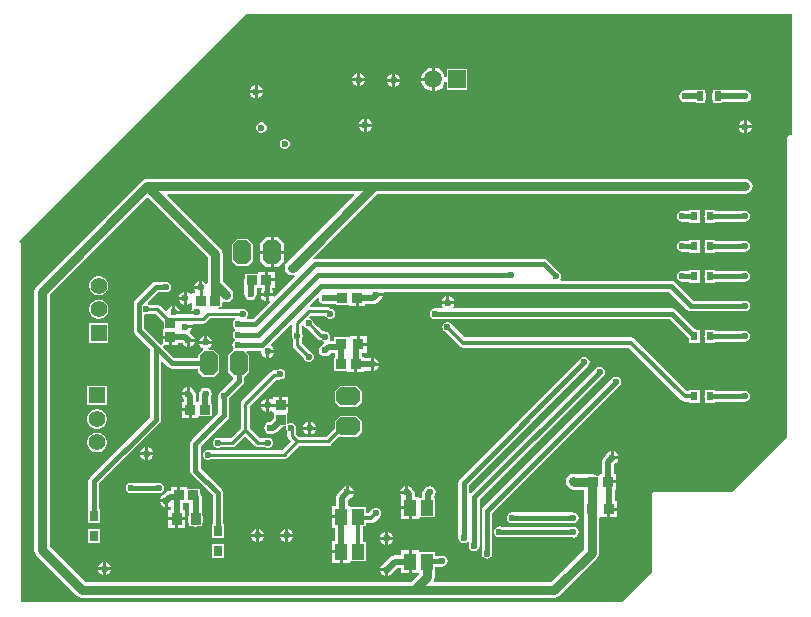
<source format=gbl>
G04*
G04 #@! TF.GenerationSoftware,Altium Limited,Altium Designer,24.2.2 (26)*
G04*
G04 Layer_Physical_Order=4*
G04 Layer_Color=16711680*
%FSLAX25Y25*%
%MOIN*%
G70*
G04*
G04 #@! TF.SameCoordinates,57EBE310-F326-475D-97A3-4CF97A274748*
G04*
G04*
G04 #@! TF.FilePolarity,Positive*
G04*
G01*
G75*
%ADD18C,0.01000*%
%ADD24R,0.03150X0.03543*%
%ADD31R,0.02362X0.03150*%
%ADD52R,0.05472X0.05472*%
%ADD53C,0.05472*%
%ADD56C,0.01500*%
%ADD57C,0.01400*%
%ADD60C,0.02000*%
%ADD61C,0.03000*%
G04:AMPARAMS|DCode=62|XSize=80mil|YSize=60mil|CornerRadius=0mil|HoleSize=0mil|Usage=FLASHONLY|Rotation=90.000|XOffset=0mil|YOffset=0mil|HoleType=Round|Shape=Octagon|*
%AMOCTAGOND62*
4,1,8,0.01500,0.04000,-0.01500,0.04000,-0.03000,0.02500,-0.03000,-0.02500,-0.01500,-0.04000,0.01500,-0.04000,0.03000,-0.02500,0.03000,0.02500,0.01500,0.04000,0.0*
%
%ADD62OCTAGOND62*%

G04:AMPARAMS|DCode=63|XSize=80mil|YSize=60mil|CornerRadius=0mil|HoleSize=0mil|Usage=FLASHONLY|Rotation=180.000|XOffset=0mil|YOffset=0mil|HoleType=Round|Shape=Octagon|*
%AMOCTAGOND63*
4,1,8,-0.04000,0.01500,-0.04000,-0.01500,-0.02500,-0.03000,0.02500,-0.03000,0.04000,-0.01500,0.04000,0.01500,0.02500,0.03000,-0.02500,0.03000,-0.04000,0.01500,0.0*
%
%ADD63OCTAGOND63*%

%ADD64C,0.05906*%
%ADD65R,0.05906X0.05906*%
%ADD66C,0.02362*%
%ADD73R,0.01968X0.03543*%
%ADD74R,0.03197X0.03367*%
%ADD75R,0.03367X0.03197*%
%ADD76R,0.03775X0.03591*%
%ADD77R,0.04152X0.05339*%
%ADD78R,0.03543X0.03937*%
G36*
X345500Y372223D02*
X344915Y372107D01*
X344419Y371775D01*
X344087Y371279D01*
X343971Y370694D01*
Y307444D01*
Y271452D01*
X325765Y253247D01*
X299537D01*
X299154Y253089D01*
X298996Y252706D01*
Y226478D01*
X288866Y216348D01*
X88529D01*
X88529Y335819D01*
X88413Y336404D01*
X88081Y336900D01*
X163500Y412319D01*
X345500D01*
Y372223D01*
D02*
G37*
%LPC*%
G36*
X225594Y394587D02*
X225574D01*
X224569Y394318D01*
X223667Y393797D01*
X222931Y393061D01*
X222411Y392160D01*
X222142Y391155D01*
Y391134D01*
X225594D01*
Y394587D01*
D02*
G37*
G36*
X201681Y392705D02*
Y391051D01*
X203335D01*
X203030Y391787D01*
X202417Y392400D01*
X201681Y392705D01*
D02*
G37*
G36*
X200681D02*
X199946Y392400D01*
X199332Y391787D01*
X199027Y391051D01*
X200681D01*
Y392705D01*
D02*
G37*
G36*
X213384Y392574D02*
Y390920D01*
X215038D01*
X214733Y391656D01*
X214120Y392269D01*
X213384Y392574D01*
D02*
G37*
G36*
X212384D02*
X211649Y392269D01*
X211035Y391656D01*
X210730Y390920D01*
X212384D01*
Y392574D01*
D02*
G37*
G36*
X203335Y390051D02*
X201681D01*
Y388398D01*
X202417Y388702D01*
X203030Y389316D01*
X203335Y390051D01*
D02*
G37*
G36*
X200681D02*
X199027D01*
X199332Y389316D01*
X199946Y388702D01*
X200681Y388398D01*
Y390051D01*
D02*
G37*
G36*
X215038Y389920D02*
X213384D01*
Y388267D01*
X214120Y388571D01*
X214733Y389185D01*
X215038Y389920D01*
D02*
G37*
G36*
X212384D02*
X210730D01*
X211035Y389185D01*
X211649Y388571D01*
X212384Y388267D01*
Y389920D01*
D02*
G37*
G36*
X226615Y394587D02*
X226594D01*
Y390634D01*
Y386682D01*
X226615D01*
X227620Y386951D01*
X228521Y387471D01*
X229257Y388207D01*
X229778Y389109D01*
X230016Y389997D01*
X230516Y389931D01*
Y387182D01*
X237421D01*
Y394087D01*
X230516D01*
Y391338D01*
X230016Y391272D01*
X229778Y392160D01*
X229257Y393061D01*
X228521Y393797D01*
X227620Y394318D01*
X226615Y394587D01*
D02*
G37*
G36*
X167507Y388620D02*
Y386966D01*
X169160D01*
X168856Y387702D01*
X168242Y388316D01*
X167507Y388620D01*
D02*
G37*
G36*
X166507D02*
X165771Y388316D01*
X165158Y387702D01*
X164853Y386966D01*
X166507D01*
Y388620D01*
D02*
G37*
G36*
X225594Y390134D02*
X222142D01*
Y390114D01*
X222411Y389109D01*
X222931Y388207D01*
X223667Y387471D01*
X224569Y386951D01*
X225574Y386682D01*
X225594D01*
Y390134D01*
D02*
G37*
G36*
X169160Y385966D02*
X167507D01*
Y384313D01*
X168242Y384617D01*
X168856Y385231D01*
X169160Y385966D01*
D02*
G37*
G36*
X166507D02*
X164853D01*
X165158Y385231D01*
X165771Y384617D01*
X166507Y384313D01*
Y385966D01*
D02*
G37*
G36*
X322437Y387272D02*
X319468D01*
Y386379D01*
X319069Y385780D01*
X318914Y385000D01*
X319069Y384220D01*
X319468Y383621D01*
Y382728D01*
X322437D01*
Y382961D01*
X329996D01*
X330776Y383116D01*
X331438Y383558D01*
X331880Y384220D01*
X332035Y385000D01*
X331880Y385780D01*
X331438Y386442D01*
X330776Y386884D01*
X329996Y387039D01*
X322437D01*
Y387272D01*
D02*
G37*
G36*
X316531D02*
X313563D01*
Y387039D01*
X310047D01*
X309267Y386884D01*
X308605Y386442D01*
X308163Y385780D01*
X308008Y385000D01*
X308163Y384220D01*
X308605Y383558D01*
X309267Y383116D01*
X310047Y382961D01*
X313563D01*
Y382728D01*
X316531D01*
Y383621D01*
X316931Y384220D01*
X317086Y385000D01*
X316931Y385780D01*
X316531Y386379D01*
Y387272D01*
D02*
G37*
G36*
X203900Y377584D02*
Y375931D01*
X205554D01*
X205249Y376666D01*
X204636Y377280D01*
X203900Y377584D01*
D02*
G37*
G36*
X202900D02*
X202165Y377280D01*
X201551Y376666D01*
X201246Y375931D01*
X202900D01*
Y377584D01*
D02*
G37*
G36*
X330496Y376954D02*
Y375300D01*
X332150D01*
X331845Y376035D01*
X331232Y376649D01*
X330496Y376954D01*
D02*
G37*
G36*
X329496D02*
X328761Y376649D01*
X328147Y376035D01*
X327842Y375300D01*
X329496D01*
Y376954D01*
D02*
G37*
G36*
X205554Y374931D02*
X203900D01*
Y373277D01*
X204636Y373582D01*
X205249Y374195D01*
X205554Y374931D01*
D02*
G37*
G36*
X202900D02*
X201246D01*
X201551Y374195D01*
X202165Y373582D01*
X202900Y373277D01*
Y374931D01*
D02*
G37*
G36*
X169134Y376284D02*
X168466D01*
X167848Y376028D01*
X167375Y375555D01*
X167119Y374937D01*
Y374268D01*
X167375Y373651D01*
X167848Y373178D01*
X168466Y372922D01*
X169134D01*
X169752Y373178D01*
X170225Y373651D01*
X170481Y374268D01*
Y374937D01*
X170225Y375555D01*
X169752Y376028D01*
X169134Y376284D01*
D02*
G37*
G36*
X332150Y374300D02*
X330496D01*
Y372646D01*
X331232Y372951D01*
X331845Y373565D01*
X332150Y374300D01*
D02*
G37*
G36*
X329496D02*
X327842D01*
X328147Y373565D01*
X328761Y372951D01*
X329496Y372646D01*
Y374300D01*
D02*
G37*
G36*
X176829Y370777D02*
X176161D01*
X175543Y370521D01*
X175070Y370048D01*
X174814Y369430D01*
Y368762D01*
X175070Y368144D01*
X175543Y367671D01*
X176161Y367415D01*
X176829D01*
X177447Y367671D01*
X177920Y368144D01*
X178176Y368762D01*
Y369430D01*
X177920Y370048D01*
X177447Y370521D01*
X176829Y370777D01*
D02*
G37*
G36*
X319939Y347075D02*
X316577D01*
Y345519D01*
X316474Y345000D01*
X316577Y344481D01*
Y342925D01*
X319939D01*
Y343216D01*
X329996D01*
X330679Y343352D01*
X331258Y343738D01*
X331645Y344317D01*
X331780Y345000D01*
X331645Y345683D01*
X331258Y346262D01*
X330679Y346649D01*
X329996Y346784D01*
X319939D01*
Y347075D01*
D02*
G37*
G36*
X314821D02*
X311459D01*
Y346784D01*
X309100D01*
X308417Y346649D01*
X307838Y346262D01*
X307452Y345683D01*
X307316Y345000D01*
X307452Y344317D01*
X307838Y343738D01*
X308417Y343352D01*
X309100Y343216D01*
X311459D01*
Y342925D01*
X314821D01*
Y344481D01*
X314924Y345000D01*
X314821Y345519D01*
Y347075D01*
D02*
G37*
G36*
X319939Y337075D02*
X316577D01*
Y335519D01*
X316474Y335000D01*
X316577Y334481D01*
Y332925D01*
X319939D01*
Y333216D01*
X329996D01*
X330679Y333351D01*
X331258Y333738D01*
X331645Y334317D01*
X331780Y335000D01*
X331645Y335683D01*
X331258Y336262D01*
X330679Y336649D01*
X329996Y336784D01*
X319939D01*
Y337075D01*
D02*
G37*
G36*
X314821D02*
X311459D01*
Y336784D01*
X309100D01*
X308417Y336649D01*
X307838Y336262D01*
X307452Y335683D01*
X307316Y335000D01*
X307452Y334317D01*
X307838Y333738D01*
X308417Y333351D01*
X309100Y333216D01*
X311459D01*
Y332925D01*
X314821D01*
Y334481D01*
X314924Y335000D01*
X314821Y335519D01*
Y337075D01*
D02*
G37*
G36*
X319939Y327075D02*
X316577D01*
Y325519D01*
X316474Y325000D01*
X316577Y324481D01*
Y322925D01*
X319939D01*
Y323216D01*
X329996D01*
X330679Y323352D01*
X331258Y323738D01*
X331645Y324317D01*
X331780Y325000D01*
X331645Y325683D01*
X331258Y326262D01*
X330679Y326648D01*
X329996Y326784D01*
X319939D01*
Y327075D01*
D02*
G37*
G36*
X314821D02*
X311459D01*
Y326784D01*
X309100D01*
X308417Y326648D01*
X307838Y326262D01*
X307452Y325683D01*
X307316Y325000D01*
X307452Y324317D01*
X307838Y323738D01*
X308417Y323352D01*
X309100Y323216D01*
X311459D01*
Y322925D01*
X314821D01*
Y324481D01*
X314924Y325000D01*
X314821Y325519D01*
Y327075D01*
D02*
G37*
G36*
X329996Y357549D02*
X130800D01*
X129824Y357355D01*
X128998Y356802D01*
X93798Y321602D01*
X93245Y320776D01*
X93051Y319800D01*
Y233900D01*
X93245Y232925D01*
X93798Y232098D01*
X107298Y218598D01*
X108125Y218045D01*
X109100Y217851D01*
X266316D01*
X267291Y218045D01*
X268118Y218598D01*
X280658Y231138D01*
X281211Y231965D01*
X281405Y232940D01*
Y244243D01*
X281691Y244624D01*
X284078D01*
Y247420D01*
X284578D01*
Y247920D01*
X287465D01*
Y250215D01*
X286617D01*
Y253890D01*
X286863D01*
Y255989D01*
X284179D01*
Y256989D01*
X286863D01*
Y259088D01*
X286451D01*
Y262401D01*
X286714Y262664D01*
X286890Y262737D01*
X287503Y263351D01*
X287808Y264086D01*
X285654D01*
Y264586D01*
X285154D01*
Y266740D01*
X284419Y266435D01*
X283805Y265822D01*
X283594Y265312D01*
X282970Y264688D01*
X282528Y264026D01*
X282373Y263246D01*
Y259088D01*
X281496D01*
Y259064D01*
X281438Y258588D01*
X280613D01*
X280230Y258844D01*
X279255Y259038D01*
X273590D01*
X272802Y259195D01*
X271826Y259001D01*
X270999Y258448D01*
X270447Y257622D01*
X270253Y256646D01*
X270447Y255671D01*
X270999Y254844D01*
X271156Y254687D01*
X271983Y254134D01*
X272958Y253940D01*
X276307D01*
Y247420D01*
Y233996D01*
X265260Y222949D01*
X226459D01*
X226223Y223390D01*
X226431Y223701D01*
X226625Y224676D01*
Y226775D01*
X226652D01*
Y228259D01*
X229093D01*
X229776Y228395D01*
X230355Y228782D01*
X230742Y229361D01*
X230877Y230043D01*
X230742Y230726D01*
X230355Y231305D01*
X229776Y231692D01*
X229093Y231828D01*
X226652D01*
Y233115D01*
X221500Y233115D01*
X221437Y233589D01*
Y233615D01*
X218861D01*
Y229945D01*
Y226275D01*
X221437Y226275D01*
X221527Y225812D01*
Y225732D01*
X218744Y222949D01*
X110156D01*
X98149Y234956D01*
Y318744D01*
X130800Y351395D01*
X150862Y331333D01*
Y324876D01*
X150880Y324789D01*
Y322623D01*
X150416Y322477D01*
X150374Y322479D01*
X150335Y322571D01*
X149722Y323185D01*
X148986Y323489D01*
Y321336D01*
X148486D01*
Y320836D01*
X146333D01*
X146637Y320100D01*
X146706Y320032D01*
X146499Y319532D01*
X145803D01*
Y319091D01*
X145383Y318974D01*
X145303Y318971D01*
X144704Y319569D01*
X143968Y319874D01*
Y317721D01*
Y315567D01*
X144704Y315871D01*
X145303Y316470D01*
X145383Y316467D01*
X145803Y316350D01*
Y314478D01*
X145556Y314232D01*
X145252Y313496D01*
X147406D01*
Y312496D01*
X145180D01*
X145047Y312297D01*
X141890D01*
X141757Y312496D01*
X139532D01*
Y312996D01*
X139032D01*
Y315150D01*
X138296Y314845D01*
X137682Y314232D01*
X137386Y313515D01*
X136889Y313305D01*
X135112Y315081D01*
X134616Y315413D01*
X134031Y315529D01*
X131096D01*
X131000Y315569D01*
X130867Y316143D01*
X134400Y319676D01*
X136848D01*
X137531Y319812D01*
X138110Y320199D01*
X138497Y320778D01*
X138633Y321461D01*
X138497Y322143D01*
X138110Y322722D01*
X137531Y323109D01*
X136848Y323245D01*
X133661D01*
X132979Y323109D01*
X132400Y322722D01*
X132400Y322722D01*
X126691Y317014D01*
X126304Y316435D01*
X126169Y315752D01*
Y306972D01*
X126304Y306289D01*
X126691Y305711D01*
X131741Y300660D01*
Y277971D01*
X111653Y257883D01*
X111267Y257305D01*
X111131Y256622D01*
Y247341D01*
X110840D01*
Y242798D01*
X114990D01*
Y247341D01*
X114699D01*
Y255883D01*
X134787Y275971D01*
X134787Y275971D01*
X135174Y276549D01*
X135310Y277232D01*
X135310Y277232D01*
Y296438D01*
X135772Y296630D01*
X137663Y294738D01*
X138242Y294352D01*
X138925Y294216D01*
X138925Y294216D01*
X147706D01*
Y293250D01*
X149456Y291500D01*
X152956D01*
X154706Y293250D01*
Y298750D01*
X152956Y300500D01*
X151216D01*
X151117Y301000D01*
X151421Y301126D01*
X152035Y301740D01*
X152340Y302475D01*
X148032D01*
X148337Y301740D01*
X148951Y301126D01*
X149356Y300958D01*
X149368Y300412D01*
X147706Y298750D01*
Y297784D01*
X139664D01*
X135973Y301475D01*
X136180Y301975D01*
X137947D01*
Y304159D01*
X135848D01*
Y302307D01*
X135348Y302100D01*
X129737Y307711D01*
Y312102D01*
X130061Y312319D01*
X130730D01*
X131096Y312471D01*
X133397D01*
X136182Y309686D01*
X136348Y309575D01*
Y307400D01*
X135872Y307342D01*
X135848D01*
Y305159D01*
X138447D01*
Y304659D01*
X138947D01*
Y301975D01*
X141046D01*
Y302620D01*
X142490D01*
X142576Y302414D01*
X143189Y301800D01*
X143924Y301496D01*
Y303649D01*
X144424D01*
Y304149D01*
X146578D01*
X146274Y304885D01*
X145660Y305498D01*
X145317Y305640D01*
X144946Y306012D01*
X144937Y306027D01*
X144897Y306392D01*
X144933Y306651D01*
X145318Y307036D01*
X145622Y307772D01*
X143468D01*
Y308772D01*
X145622D01*
X145601Y308822D01*
X145879Y309238D01*
X149401D01*
X149986Y309354D01*
X150483Y309686D01*
X151771Y310975D01*
X159870D01*
X160021Y310474D01*
X159738Y310285D01*
X159352Y309706D01*
X159216Y309024D01*
X159352Y308341D01*
X159738Y307762D01*
X160038Y307562D01*
Y306960D01*
X159738Y306760D01*
X159352Y306181D01*
X159216Y305498D01*
X159352Y304816D01*
X159738Y304237D01*
X159954Y304093D01*
Y303491D01*
X159665Y303299D01*
X159278Y302720D01*
X159142Y302037D01*
X159278Y301354D01*
X159515Y301000D01*
X159459Y300525D01*
X159359Y300402D01*
X157706Y298750D01*
Y293250D01*
X159422Y291534D01*
Y290811D01*
X154968Y286358D01*
X154581Y285779D01*
X154446Y285096D01*
Y279365D01*
X145520Y270440D01*
X145133Y269861D01*
X144998Y269178D01*
Y260218D01*
X145133Y259535D01*
X145520Y258956D01*
X152552Y251924D01*
Y242341D01*
X152262D01*
Y237798D01*
X156411D01*
Y242341D01*
X156121D01*
Y252663D01*
X156121Y252664D01*
X155985Y253346D01*
X155598Y253925D01*
X155598Y253925D01*
X148566Y260957D01*
Y268439D01*
X157492Y277364D01*
X157492Y277364D01*
X157878Y277943D01*
X158014Y278626D01*
Y284357D01*
X162468Y288811D01*
X162468Y288811D01*
X162855Y289390D01*
X162991Y290072D01*
X162991Y290072D01*
Y291534D01*
X164706Y293250D01*
Y298750D01*
X163666Y299791D01*
X163857Y300253D01*
X168768D01*
Y299566D01*
X169100Y298764D01*
X169713Y298151D01*
X170449Y297846D01*
Y300000D01*
X170949D01*
Y300500D01*
X173103D01*
X172798Y301236D01*
X172185Y301849D01*
X171970Y301938D01*
X171873Y302428D01*
X178640Y309195D01*
X179140Y308988D01*
Y306119D01*
X179021Y305941D01*
X178885Y305258D01*
X179021Y304575D01*
X179192Y304319D01*
Y302008D01*
X179308Y301423D01*
X179640Y300927D01*
X182923Y297643D01*
X183075Y297277D01*
X183548Y296804D01*
X184166Y296548D01*
X184834D01*
X185452Y296804D01*
X185925Y297277D01*
X186181Y297895D01*
Y298564D01*
X185925Y299182D01*
X185452Y299655D01*
X185086Y299806D01*
X182251Y302642D01*
Y304345D01*
X182370Y304523D01*
X182506Y305206D01*
X182370Y305889D01*
X182198Y306145D01*
Y308586D01*
X182404Y308732D01*
X182994Y308554D01*
X183075Y308359D01*
X183548Y307886D01*
X183914Y307734D01*
X185541Y306107D01*
X185541Y306107D01*
X187587Y304061D01*
X188083Y303730D01*
X188669Y303613D01*
X188891D01*
X189048Y303457D01*
X189448Y303291D01*
X189598Y302756D01*
X189594Y302730D01*
X188854Y301989D01*
X188558Y301792D01*
X188116Y301130D01*
X187961Y300350D01*
X188116Y299570D01*
X188558Y298908D01*
X189220Y298466D01*
X190000Y298311D01*
X190098D01*
X190878Y298466D01*
X191540Y298908D01*
X192120Y299488D01*
X193257D01*
Y297733D01*
X193089D01*
Y293536D01*
X197456Y293536D01*
X197514Y293060D01*
Y293036D01*
X199697D01*
Y295635D01*
X200697D01*
Y293036D01*
X202881D01*
Y293596D01*
X205123D01*
X205400Y293481D01*
Y295635D01*
Y297788D01*
X205123Y297674D01*
X202881D01*
Y298233D01*
X202237D01*
Y299527D01*
X203929D01*
Y301823D01*
X201042D01*
Y302323D01*
X200542D01*
Y305118D01*
X198155D01*
Y304745D01*
X197707Y304618D01*
X197655Y304618D01*
X192933D01*
Y303567D01*
X191769D01*
X191663Y303679D01*
X191482Y304066D01*
X191681Y304548D01*
Y305216D01*
X191425Y305834D01*
X190952Y306307D01*
X190334Y306563D01*
X190287D01*
X189739Y306672D01*
X189302D01*
X187704Y308270D01*
X186077Y309897D01*
X185925Y310263D01*
X185452Y310736D01*
X184948Y310945D01*
X184750Y311454D01*
X185153Y311856D01*
X190082D01*
X190461Y311478D01*
X190517Y311440D01*
X190823Y311134D01*
X191441Y310878D01*
X192110D01*
X192728Y311134D01*
X193201Y311607D01*
X193456Y312225D01*
Y312893D01*
X193201Y313511D01*
X192728Y313984D01*
X192110Y314240D01*
X192024D01*
X191797Y314467D01*
X191301Y314799D01*
X190715Y314915D01*
X185067D01*
X184860Y315415D01*
X187533Y318089D01*
X187994Y317842D01*
X187961Y317677D01*
X188116Y316897D01*
X188558Y316235D01*
X189220Y315793D01*
X190000Y315638D01*
X190000Y315638D01*
X193535D01*
Y315579D01*
X197902D01*
X197960Y315103D01*
Y315078D01*
X200144D01*
Y317677D01*
X201144D01*
Y315078D01*
X203327D01*
Y315638D01*
X205877D01*
X206658Y315793D01*
X207319Y316235D01*
X207993Y316909D01*
X208335Y317051D01*
X208949Y317665D01*
X209254Y318400D01*
X207100D01*
Y319400D01*
X209254D01*
X209204Y319520D01*
X209482Y319935D01*
X304641D01*
X310738Y313838D01*
X310738Y313838D01*
X311317Y313452D01*
X312000Y313316D01*
X330000D01*
X330683Y313452D01*
X331262Y313838D01*
X331648Y314417D01*
X331784Y315100D01*
X331648Y315783D01*
X331262Y316362D01*
X330683Y316748D01*
X330000Y316884D01*
X312739D01*
X306642Y322982D01*
X306063Y323368D01*
X305380Y323504D01*
X268710D01*
X268443Y324004D01*
X268652Y324317D01*
X268788Y325000D01*
X268652Y325683D01*
X268266Y326262D01*
X264266Y330262D01*
X263687Y330648D01*
X263004Y330784D01*
X186530D01*
X186530Y330784D01*
X186363Y330751D01*
X186117Y331212D01*
X207356Y352451D01*
X329996D01*
X330972Y352645D01*
X331799Y353198D01*
X332351Y354025D01*
X332545Y355000D01*
X332351Y355976D01*
X331799Y356802D01*
X330972Y357355D01*
X329996Y357549D01*
D02*
G37*
G36*
X147986Y323489D02*
X147251Y323185D01*
X146637Y322571D01*
X146333Y321836D01*
X147986D01*
Y323489D01*
D02*
G37*
G36*
X114926Y325110D02*
X114074D01*
X113251Y324890D01*
X112513Y324464D01*
X111910Y323861D01*
X111484Y323123D01*
X111264Y322300D01*
Y321448D01*
X111484Y320625D01*
X111910Y319887D01*
X112513Y319284D01*
X113251Y318858D01*
X114074Y318638D01*
X114926D01*
X115749Y318858D01*
X116487Y319284D01*
X117090Y319887D01*
X117516Y320625D01*
X117736Y321448D01*
Y322300D01*
X117516Y323123D01*
X117090Y323861D01*
X116487Y324464D01*
X115749Y324890D01*
X114926Y325110D01*
D02*
G37*
G36*
X142968Y319874D02*
X142233Y319569D01*
X141620Y318956D01*
X141315Y318220D01*
X142968D01*
Y319874D01*
D02*
G37*
G36*
X231470Y318314D02*
Y316661D01*
X233124D01*
X232820Y317396D01*
X232206Y318010D01*
X231470Y318314D01*
D02*
G37*
G36*
X230470D02*
X229735Y318010D01*
X229121Y317396D01*
X228817Y316661D01*
X230470D01*
Y318314D01*
D02*
G37*
G36*
X142968Y317220D02*
X141315D01*
X141620Y316485D01*
X142233Y315871D01*
X142968Y315567D01*
Y317220D01*
D02*
G37*
G36*
X140032Y315150D02*
Y313496D01*
X141685D01*
X141381Y314232D01*
X140767Y314845D01*
X140032Y315150D01*
D02*
G37*
G36*
X114926Y317236D02*
X114074D01*
X113251Y317016D01*
X112513Y316590D01*
X111910Y315987D01*
X111484Y315249D01*
X111264Y314426D01*
Y313574D01*
X111484Y312751D01*
X111910Y312013D01*
X112513Y311410D01*
X113251Y310984D01*
X114074Y310764D01*
X114926D01*
X115749Y310984D01*
X116487Y311410D01*
X117090Y312013D01*
X117516Y312751D01*
X117736Y313574D01*
Y314426D01*
X117516Y315249D01*
X117090Y315987D01*
X116487Y316590D01*
X115749Y317016D01*
X114926Y317236D01*
D02*
G37*
G36*
X150686Y305129D02*
Y303475D01*
X152340D01*
X152035Y304211D01*
X151421Y304824D01*
X150686Y305129D01*
D02*
G37*
G36*
X149686D02*
X148951Y304824D01*
X148337Y304211D01*
X148032Y303475D01*
X149686D01*
Y305129D01*
D02*
G37*
G36*
X319939Y307075D02*
X316577D01*
Y305519D01*
X316474Y305000D01*
X316577Y304481D01*
Y302925D01*
X319939D01*
Y303216D01*
X329996D01*
X330679Y303351D01*
X331258Y303738D01*
X331645Y304317D01*
X331780Y305000D01*
X331645Y305683D01*
X331258Y306262D01*
X330679Y306648D01*
X329996Y306784D01*
X319939D01*
Y307075D01*
D02*
G37*
G36*
X233124Y315661D02*
X228817D01*
X229121Y314925D01*
X229271Y314776D01*
X229080Y314314D01*
X226600D01*
X225917Y314178D01*
X225338Y313791D01*
X224952Y313212D01*
X224816Y312529D01*
X224952Y311847D01*
X225338Y311268D01*
X225917Y310881D01*
X226600Y310745D01*
X304872D01*
X311054Y304563D01*
X311054Y304563D01*
X311459Y304292D01*
Y302925D01*
X314821D01*
Y304481D01*
X314924Y305000D01*
Y305394D01*
X314924Y305394D01*
X314821Y305912D01*
Y307075D01*
X313982D01*
X313971Y307086D01*
X313392Y307473D01*
X313140Y307523D01*
X306872Y313791D01*
X306293Y314178D01*
X305611Y314314D01*
X232861D01*
X232670Y314776D01*
X232820Y314925D01*
X233124Y315661D01*
D02*
G37*
G36*
X117736Y309362D02*
X111264D01*
Y302890D01*
X117736D01*
Y309362D01*
D02*
G37*
G36*
X203929Y305118D02*
X201542D01*
Y302823D01*
X203929D01*
Y305118D01*
D02*
G37*
G36*
X146578Y303149D02*
X144924D01*
Y301496D01*
X145660Y301800D01*
X146274Y302414D01*
X146578Y303149D01*
D02*
G37*
G36*
X173103Y299500D02*
X171449D01*
Y297846D01*
X172185Y298151D01*
X172798Y298764D01*
X173103Y299500D01*
D02*
G37*
G36*
X206400Y297788D02*
Y296135D01*
X208054D01*
X207749Y296870D01*
X207136Y297484D01*
X206400Y297788D01*
D02*
G37*
G36*
X208054Y295135D02*
X206400D01*
Y293481D01*
X207136Y293786D01*
X207749Y294399D01*
X208054Y295135D01*
D02*
G37*
G36*
X143850Y287998D02*
X143115Y287693D01*
X142501Y287080D01*
X142197Y286344D01*
X143850D01*
Y287998D01*
D02*
G37*
G36*
X174662Y284796D02*
X172563D01*
Y284260D01*
X172435Y284148D01*
X172063Y283982D01*
X171449Y284236D01*
Y282083D01*
Y279929D01*
X172063Y280183D01*
X172435Y280017D01*
X172563Y279905D01*
Y279429D01*
X172587D01*
X173063Y279371D01*
X173063Y278929D01*
Y277888D01*
X171709Y276533D01*
X170999Y276392D01*
X170338Y275950D01*
X170337Y275950D01*
X170268Y275881D01*
X169826Y275219D01*
X169671Y274439D01*
X169826Y273658D01*
X170268Y272997D01*
X170930Y272555D01*
X171710Y272400D01*
X172059Y272469D01*
X172567D01*
X173348Y272624D01*
X174009Y273066D01*
X175947Y275004D01*
X176865D01*
X177019Y274773D01*
Y274104D01*
X177275Y273487D01*
X177389Y273372D01*
Y271758D01*
X177505Y271172D01*
X177837Y270676D01*
X178513Y270000D01*
X175544Y267031D01*
X151698D01*
X151334Y267181D01*
X150666D01*
X150048Y266925D01*
X149575Y266452D01*
X149319Y265834D01*
Y265166D01*
X149575Y264548D01*
X150048Y264075D01*
X150666Y263819D01*
X151334D01*
X151703Y263972D01*
X176177D01*
X176762Y264088D01*
X177259Y264420D01*
X181310Y268471D01*
X190928D01*
X191513Y268587D01*
X192009Y268919D01*
X194788Y271697D01*
X194985Y271500D01*
X200485D01*
X202235Y273250D01*
Y276750D01*
X200485Y278500D01*
X194985D01*
X193235Y276750D01*
Y274470D01*
X190294Y271529D01*
X181310D01*
X180448Y272391D01*
Y274220D01*
X180381Y274556D01*
Y274773D01*
X180125Y275391D01*
X179652Y275864D01*
X179034Y276120D01*
X178366D01*
X177748Y275864D01*
X177261Y276084D01*
X177261Y279371D01*
X177737Y279429D01*
X177761D01*
Y281612D01*
X175162D01*
Y282113D01*
X174662D01*
Y284796D01*
D02*
G37*
G36*
X319939Y287075D02*
X316577D01*
Y285519D01*
X316474Y285000D01*
X316577Y284481D01*
Y282925D01*
X319939D01*
Y283216D01*
X329996D01*
X330679Y283351D01*
X331258Y283738D01*
X331645Y284317D01*
X331780Y285000D01*
X331645Y285683D01*
X331258Y286262D01*
X330679Y286649D01*
X329996Y286784D01*
X319939D01*
Y287075D01*
D02*
G37*
G36*
X230808Y309863D02*
X230546Y309811D01*
X230474D01*
X230407Y309784D01*
X230145Y309731D01*
X229922Y309583D01*
X229856Y309555D01*
X229805Y309504D01*
X229583Y309355D01*
X229434Y309133D01*
X229383Y309082D01*
X229355Y309016D01*
X229207Y308793D01*
X229155Y308531D01*
X229127Y308464D01*
Y308392D01*
X229075Y308130D01*
X229127Y307868D01*
Y307796D01*
X229155Y307729D01*
X229207Y307467D01*
X229355Y307244D01*
X229383Y307178D01*
X229434Y307127D01*
X229583Y306904D01*
X234812Y301674D01*
X235375Y301299D01*
X236038Y301167D01*
X291382D01*
X308774Y283774D01*
X309337Y283399D01*
X310000Y283267D01*
X311459D01*
Y282925D01*
X314821D01*
Y284738D01*
X314874Y285000D01*
X314821Y285262D01*
Y287075D01*
X311459D01*
Y286733D01*
X310718D01*
X293326Y304126D01*
X292763Y304501D01*
X292100Y304633D01*
X236756D01*
X232034Y309355D01*
X231811Y309504D01*
X231760Y309555D01*
X231694Y309583D01*
X231471Y309731D01*
X231209Y309784D01*
X231142Y309811D01*
X231070D01*
X230808Y309863D01*
D02*
G37*
G36*
X177761Y284796D02*
X175662D01*
Y282612D01*
X177761D01*
Y284796D01*
D02*
G37*
G36*
X170449Y284236D02*
X169713Y283932D01*
X169100Y283318D01*
X168795Y282583D01*
X170449D01*
Y284236D01*
D02*
G37*
G36*
X117236Y288610D02*
X110764D01*
Y282138D01*
X117236D01*
Y288610D01*
D02*
G37*
G36*
X200485Y288500D02*
X194985D01*
X193235Y286750D01*
Y283250D01*
X194985Y281500D01*
X200485D01*
X202235Y283250D01*
Y286750D01*
X200485Y288500D01*
D02*
G37*
G36*
X170449Y281583D02*
X168795D01*
X169100Y280847D01*
X169713Y280234D01*
X170449Y279929D01*
Y281583D01*
D02*
G37*
G36*
X144850Y287998D02*
Y285844D01*
X144350D01*
Y285344D01*
X142197D01*
X142501Y284609D01*
X143059Y284051D01*
Y283083D01*
X142415D01*
Y280984D01*
X145098D01*
Y280484D01*
X145598D01*
Y277885D01*
X147782D01*
Y277909D01*
X147840Y278385D01*
X148282Y278385D01*
X152207D01*
Y282583D01*
X152063D01*
Y285053D01*
X152070Y285064D01*
X152225Y285844D01*
X152070Y286625D01*
X151628Y287286D01*
X150966Y287728D01*
X150186Y287883D01*
X149406Y287728D01*
X148744Y287286D01*
X148582Y287124D01*
X148140Y286462D01*
X147984Y285682D01*
Y283499D01*
X147895Y283315D01*
X147329Y283245D01*
X147138Y283436D01*
Y285096D01*
X146982Y285876D01*
X146540Y286538D01*
X146341Y286737D01*
X146200Y287080D01*
X145586Y287693D01*
X144850Y287998D01*
D02*
G37*
G36*
X144598Y279984D02*
X142415D01*
Y277885D01*
X144598D01*
Y279984D01*
D02*
G37*
G36*
X185398Y276592D02*
Y274939D01*
X187051D01*
X186747Y275674D01*
X186133Y276288D01*
X185398Y276592D01*
D02*
G37*
G36*
X184398D02*
X183662Y276288D01*
X183049Y275674D01*
X182744Y274939D01*
X184398D01*
Y276592D01*
D02*
G37*
G36*
X114426Y280736D02*
X113574D01*
X112751Y280516D01*
X112013Y280090D01*
X111410Y279487D01*
X110984Y278749D01*
X110764Y277926D01*
Y277074D01*
X110984Y276251D01*
X111410Y275513D01*
X112013Y274910D01*
X112751Y274484D01*
X113574Y274264D01*
X114426D01*
X115249Y274484D01*
X115987Y274910D01*
X116590Y275513D01*
X117016Y276251D01*
X117236Y277074D01*
Y277926D01*
X117016Y278749D01*
X116590Y279487D01*
X115987Y280090D01*
X115249Y280516D01*
X114426Y280736D01*
D02*
G37*
G36*
X187051Y273939D02*
X185398D01*
Y272285D01*
X186133Y272590D01*
X186747Y273203D01*
X187051Y273939D01*
D02*
G37*
G36*
X184398D02*
X182744D01*
X183049Y273203D01*
X183662Y272590D01*
X184398Y272285D01*
Y273939D01*
D02*
G37*
G36*
X175451Y294012D02*
X174782D01*
X174164Y293756D01*
X174077Y293669D01*
X173027D01*
X172441Y293552D01*
X171945Y293221D01*
X162375Y283650D01*
X162043Y283154D01*
X161927Y282569D01*
Y274507D01*
X158494Y271075D01*
X155031D01*
X154664Y271227D01*
X153996D01*
X153378Y270971D01*
X152905Y270498D01*
X152649Y269880D01*
Y269211D01*
X152905Y268593D01*
X153378Y268120D01*
X153996Y267864D01*
X154664D01*
X155031Y268016D01*
X159128D01*
X159713Y268132D01*
X160209Y268464D01*
X163456Y271711D01*
X166703Y268464D01*
X167200Y268132D01*
X167785Y268016D01*
X170248D01*
X170615Y267864D01*
X171283D01*
X171901Y268120D01*
X172374Y268593D01*
X172630Y269211D01*
Y269880D01*
X172374Y270498D01*
X171901Y270971D01*
X171283Y271227D01*
X170615D01*
X170248Y271075D01*
X168418D01*
X164986Y274507D01*
Y281935D01*
X173660Y290610D01*
X174925D01*
X175124Y290650D01*
X175451D01*
X176068Y290905D01*
X176541Y291378D01*
X176797Y291996D01*
Y292665D01*
X176541Y293283D01*
X176068Y293756D01*
X175451Y294012D01*
D02*
G37*
G36*
X114426Y272862D02*
X113574D01*
X112751Y272642D01*
X112013Y272216D01*
X111410Y271613D01*
X110984Y270875D01*
X110764Y270052D01*
Y269200D01*
X110984Y268377D01*
X111410Y267639D01*
X112013Y267036D01*
X112751Y266610D01*
X113574Y266390D01*
X114426D01*
X115249Y266610D01*
X115987Y267036D01*
X116590Y267639D01*
X117016Y268377D01*
X117236Y269200D01*
Y270052D01*
X117016Y270875D01*
X116590Y271613D01*
X115987Y272216D01*
X115249Y272642D01*
X114426Y272862D01*
D02*
G37*
G36*
X131087Y267957D02*
Y266303D01*
X132741D01*
X132436Y267039D01*
X131823Y267652D01*
X131087Y267957D01*
D02*
G37*
G36*
X130087D02*
X129352Y267652D01*
X128738Y267039D01*
X128433Y266303D01*
X130087D01*
Y267957D01*
D02*
G37*
G36*
X286154Y266740D02*
Y265086D01*
X287808D01*
X287503Y265822D01*
X286890Y266435D01*
X286154Y266740D01*
D02*
G37*
G36*
X132741Y265303D02*
X131087D01*
Y263650D01*
X131823Y263954D01*
X132436Y264568D01*
X132741Y265303D01*
D02*
G37*
G36*
X130087D02*
X128433D01*
X128738Y264568D01*
X129352Y263954D01*
X130087Y263650D01*
Y265303D01*
D02*
G37*
G36*
X216785Y255154D02*
X216050Y254849D01*
X215436Y254236D01*
X215131Y253500D01*
X216785D01*
Y255154D01*
D02*
G37*
G36*
X197937D02*
Y253500D01*
X199591D01*
X199286Y254236D01*
X198673Y254849D01*
X197937Y255154D01*
D02*
G37*
G36*
X134500Y256189D02*
X125268D01*
X124585Y256053D01*
X124006Y255666D01*
X123619Y255087D01*
X123483Y254404D01*
X123619Y253721D01*
X124006Y253143D01*
X124585Y252756D01*
X125268Y252620D01*
X134500D01*
X135183Y252756D01*
X135762Y253143D01*
X136149Y253721D01*
X136284Y254404D01*
X136149Y255087D01*
X135762Y255666D01*
X135183Y256053D01*
X134500Y256189D01*
D02*
G37*
G36*
X143892Y254614D02*
X141709D01*
Y252016D01*
X140708D01*
Y254614D01*
X138525D01*
Y253500D01*
X138238D01*
X137458Y253345D01*
X136796Y252903D01*
X136107Y252214D01*
X135765Y252072D01*
X135151Y251459D01*
X134846Y250723D01*
X137000D01*
Y250223D01*
X137500D01*
Y248070D01*
X137982Y248269D01*
X138482Y247968D01*
Y247192D01*
X137750D01*
Y244723D01*
X140522D01*
X143293D01*
Y247192D01*
X142561D01*
Y249417D01*
X143892D01*
Y249441D01*
X143945Y249876D01*
X144430Y249915D01*
X144781Y249563D01*
Y246692D01*
X144549D01*
Y245323D01*
X144466Y245199D01*
X144272Y244223D01*
Y244026D01*
X144466Y243051D01*
X144549Y242926D01*
Y241755D01*
X145721D01*
X145845Y241671D01*
X146821Y241477D01*
X147796Y241671D01*
X147921Y241755D01*
X149092D01*
Y242926D01*
X149176Y243051D01*
X149370Y244026D01*
Y244223D01*
X149176Y245199D01*
X149092Y245323D01*
Y246692D01*
X148860D01*
Y251328D01*
X148856Y251346D01*
Y251417D01*
X148856Y251417D01*
X148701Y252197D01*
X148317Y252772D01*
Y254114D01*
X143950Y254114D01*
X143892Y254590D01*
Y254614D01*
D02*
G37*
G36*
X136500Y249723D02*
X134846D01*
X135151Y248988D01*
X135765Y248374D01*
X136500Y248070D01*
Y249723D01*
D02*
G37*
G36*
X287465Y246920D02*
X285078D01*
Y244624D01*
X287465D01*
Y246920D01*
D02*
G37*
G36*
X217785Y255154D02*
Y253000D01*
X217285D01*
Y252500D01*
X215131D01*
X215327Y252028D01*
X215285Y251528D01*
X215285Y251528D01*
X215285Y251528D01*
Y248358D01*
X218361D01*
Y247858D01*
X218861D01*
Y244189D01*
X221437D01*
Y244215D01*
X221500Y244689D01*
X221937Y244689D01*
X226652D01*
Y251028D01*
X226346D01*
X226323Y251528D01*
X226354Y251558D01*
X226796Y252220D01*
X226951Y253000D01*
X226796Y253780D01*
X226354Y254442D01*
X225692Y254884D01*
X224912Y255039D01*
X224131Y254884D01*
X223470Y254442D01*
X222826Y253798D01*
X222384Y253137D01*
X222229Y252356D01*
Y251381D01*
X221989Y251142D01*
X221470Y251256D01*
X221437Y251502D01*
Y251528D01*
X219968D01*
Y252356D01*
X219813Y253137D01*
X219371Y253798D01*
X219276Y253893D01*
X219134Y254236D01*
X218521Y254849D01*
X217785Y255154D01*
D02*
G37*
G36*
X217861Y247358D02*
X215285D01*
Y244189D01*
X217861D01*
Y247358D01*
D02*
G37*
G36*
X272764Y246284D02*
X252400D01*
X252384Y246281D01*
X252066D01*
X251771Y246159D01*
X251717Y246148D01*
X251671Y246118D01*
X251448Y246025D01*
X251277Y245854D01*
X251138Y245762D01*
X251046Y245623D01*
X250975Y245552D01*
X250936Y245460D01*
X250751Y245183D01*
X250616Y244500D01*
X250751Y243817D01*
X251138Y243238D01*
X251717Y242851D01*
X252400Y242716D01*
X272764D01*
X273446Y242851D01*
X274025Y243238D01*
X274412Y243817D01*
X274548Y244500D01*
X274483Y244828D01*
Y244872D01*
X274466Y244914D01*
X274412Y245183D01*
X274260Y245411D01*
X274227Y245490D01*
X274166Y245551D01*
X274025Y245762D01*
X273815Y245902D01*
X273754Y245963D01*
X273675Y245996D01*
X273446Y246148D01*
X273177Y246202D01*
X273136Y246219D01*
X273091D01*
X272764Y246284D01*
D02*
G37*
G36*
X143293Y243723D02*
X141022D01*
Y241255D01*
X143293D01*
Y243723D01*
D02*
G37*
G36*
X140022D02*
X137750D01*
Y241255D01*
X140022D01*
Y243723D01*
D02*
G37*
G36*
X177757Y240845D02*
Y239192D01*
X179411D01*
X179106Y239927D01*
X178492Y240541D01*
X177757Y240845D01*
D02*
G37*
G36*
X176757D02*
X176021Y240541D01*
X175408Y239927D01*
X175103Y239192D01*
X176757D01*
Y240845D01*
D02*
G37*
G36*
X168000D02*
Y239192D01*
X169654D01*
X169349Y239927D01*
X168736Y240541D01*
X168000Y240845D01*
D02*
G37*
G36*
X167000D02*
X166264Y240541D01*
X165651Y239927D01*
X165346Y239192D01*
X167000D01*
Y240845D01*
D02*
G37*
G36*
X211000Y239874D02*
Y238221D01*
X212654D01*
X212349Y238956D01*
X211736Y239569D01*
X211000Y239874D01*
D02*
G37*
G36*
X210000D02*
X209264Y239569D01*
X208651Y238956D01*
X208346Y238221D01*
X210000D01*
Y239874D01*
D02*
G37*
G36*
X248162Y241685D02*
X247480Y241549D01*
X246901Y241162D01*
X246732Y240909D01*
X246575Y240752D01*
X246319Y240134D01*
Y239466D01*
X246575Y238848D01*
X247048Y238375D01*
X247314Y238265D01*
X247548Y238108D01*
X248231Y237972D01*
X248231Y237972D01*
X272583D01*
X272802Y237929D01*
X273484Y238065D01*
X274063Y238451D01*
X274450Y239030D01*
X274586Y239713D01*
X274450Y240396D01*
X274063Y240975D01*
X274020Y241018D01*
X273441Y241405D01*
X272758Y241541D01*
X248857D01*
X248845Y241549D01*
X248162Y241685D01*
D02*
G37*
G36*
X179411Y238192D02*
X177757D01*
Y236538D01*
X178492Y236843D01*
X179106Y237456D01*
X179411Y238192D01*
D02*
G37*
G36*
X176757D02*
X175103D01*
X175408Y237456D01*
X176021Y236843D01*
X176757Y236538D01*
Y238192D01*
D02*
G37*
G36*
X169654D02*
X168000D01*
Y236538D01*
X168736Y236843D01*
X169349Y237456D01*
X169654Y238192D01*
D02*
G37*
G36*
X167000D02*
X165346D01*
X165651Y237456D01*
X166264Y236843D01*
X167000Y236538D01*
Y238192D01*
D02*
G37*
G36*
X114990Y240648D02*
X110840D01*
Y236105D01*
X114990D01*
Y240648D01*
D02*
G37*
G36*
X212654Y237221D02*
X211000D01*
Y235567D01*
X211736Y235871D01*
X212349Y236485D01*
X212654Y237221D01*
D02*
G37*
G36*
X210000D02*
X208346D01*
X208651Y236485D01*
X209264Y235871D01*
X210000Y235567D01*
Y237221D01*
D02*
G37*
G36*
X276430Y298084D02*
X275747Y297949D01*
X275168Y297562D01*
X234938Y257332D01*
X234552Y256753D01*
X234416Y256070D01*
Y237800D01*
X234552Y237117D01*
X234938Y236538D01*
X235517Y236152D01*
X236200Y236016D01*
X236883Y236152D01*
X237416Y236508D01*
X237634Y236455D01*
X237916Y236318D01*
Y235161D01*
X238052Y234479D01*
X238438Y233900D01*
X239017Y233513D01*
X239700Y233377D01*
X240383Y233513D01*
X240962Y233900D01*
X241349Y234479D01*
X241484Y235161D01*
Y250561D01*
X282762Y291838D01*
X283149Y292417D01*
X283284Y293100D01*
X283149Y293783D01*
X282762Y294362D01*
X282183Y294748D01*
X281500Y294884D01*
X280817Y294748D01*
X280238Y294362D01*
X238484Y252608D01*
X238292Y252633D01*
X237984Y252782D01*
Y255331D01*
X277692Y295038D01*
X278079Y295617D01*
X278214Y296300D01*
X278079Y296983D01*
X277692Y297562D01*
X277113Y297949D01*
X276430Y298084D01*
D02*
G37*
G36*
X156411Y235648D02*
X152262D01*
Y231105D01*
X156411D01*
Y235648D01*
D02*
G37*
G36*
X286900Y291584D02*
X286217Y291448D01*
X285638Y291062D01*
X242738Y248162D01*
X242352Y247583D01*
X242216Y246900D01*
Y232602D01*
X242352Y231920D01*
X242738Y231341D01*
X243317Y230954D01*
X244000Y230818D01*
X244683Y230954D01*
X245262Y231341D01*
X245649Y231920D01*
X245784Y232602D01*
Y246161D01*
X288162Y288538D01*
X288548Y289117D01*
X288684Y289800D01*
X288548Y290483D01*
X288162Y291062D01*
X287583Y291448D01*
X286900Y291584D01*
D02*
G37*
G36*
X196937Y255154D02*
X196202Y254849D01*
X195588Y254236D01*
X195446Y253893D01*
X194274Y252721D01*
X193833Y252060D01*
X193677Y251279D01*
Y248467D01*
X192285D01*
Y245298D01*
X195361D01*
Y244298D01*
X192285D01*
Y241128D01*
X193322D01*
Y236872D01*
X192285D01*
Y233702D01*
X195361D01*
Y233202D01*
X195861D01*
Y229533D01*
X198437D01*
Y229559D01*
X198500Y230033D01*
X198937Y230033D01*
X203652D01*
Y236372D01*
X202809D01*
Y241628D01*
X203652D01*
Y242767D01*
X205336D01*
X205999Y242899D01*
X206561Y243274D01*
X208159Y244872D01*
X208308Y245094D01*
X208359Y245145D01*
X208386Y245212D01*
X208535Y245434D01*
X208587Y245697D01*
X208615Y245763D01*
Y245835D01*
X208667Y246098D01*
X208615Y246360D01*
Y246432D01*
X208587Y246498D01*
X208535Y246761D01*
X208386Y246983D01*
X208359Y247050D01*
X208308Y247101D01*
X208159Y247323D01*
X207937Y247472D01*
X207886Y247523D01*
X207819Y247550D01*
X207597Y247699D01*
X207334Y247751D01*
X207268Y247779D01*
X207196D01*
X206933Y247831D01*
X206671Y247779D01*
X206599D01*
X206533Y247751D01*
X206270Y247699D01*
X206048Y247550D01*
X205981Y247523D01*
X205930Y247472D01*
X205708Y247323D01*
X204618Y246233D01*
X203652D01*
Y247967D01*
X198500Y247967D01*
X198437Y248441D01*
Y248467D01*
X197756D01*
Y250434D01*
X198330Y251009D01*
X198673Y251151D01*
X199286Y251764D01*
X199591Y252500D01*
X197437D01*
Y253000D01*
X196937D01*
Y255154D01*
D02*
G37*
G36*
X194861Y232702D02*
X192285D01*
Y229533D01*
X194861D01*
Y232702D01*
D02*
G37*
G36*
X117000Y229654D02*
Y228000D01*
X118654D01*
X118349Y228735D01*
X117736Y229349D01*
X117000Y229654D01*
D02*
G37*
G36*
X116000D02*
X115264Y229349D01*
X114651Y228735D01*
X114346Y228000D01*
X116000D01*
Y229654D01*
D02*
G37*
G36*
X217861Y233615D02*
X215285D01*
Y231984D01*
X213170D01*
X212389Y231829D01*
X211728Y231387D01*
X209607Y229266D01*
X209264Y229124D01*
X208651Y228511D01*
X208346Y227775D01*
X210500D01*
Y227275D01*
X211000D01*
Y225121D01*
X211736Y225426D01*
X212349Y226040D01*
X212491Y226382D01*
X214014Y227906D01*
X215285D01*
Y226275D01*
X217861D01*
Y229945D01*
Y233615D01*
D02*
G37*
G36*
X118654Y227000D02*
X117000D01*
Y225346D01*
X117736Y225651D01*
X118349Y226265D01*
X118654Y227000D01*
D02*
G37*
G36*
X116000D02*
X114346D01*
X114651Y226265D01*
X115264Y225651D01*
X116000Y225346D01*
Y227000D01*
D02*
G37*
G36*
X210000Y226775D02*
X208346D01*
X208651Y226040D01*
X209264Y225426D01*
X210000Y225121D01*
Y226775D01*
D02*
G37*
%LPD*%
G36*
X199684Y351989D02*
X177599Y329904D01*
X177298Y329702D01*
X176745Y328875D01*
X176551Y327900D01*
X176745Y326924D01*
X177298Y326098D01*
X178124Y325545D01*
X179100Y325351D01*
X179200D01*
X179763Y325463D01*
X180009Y325002D01*
X173167Y318160D01*
X172743Y318443D01*
X172807Y318598D01*
X171153D01*
Y316945D01*
X171309Y317009D01*
X171592Y316585D01*
X165815Y310808D01*
X164095D01*
X163888Y311308D01*
X164131Y311552D01*
X164388Y312170D01*
Y312838D01*
X164131Y313456D01*
X163659Y313929D01*
X163041Y314185D01*
X162372D01*
X162006Y314033D01*
X154211D01*
X154162Y314533D01*
X154387Y314578D01*
X154770Y314834D01*
X155595D01*
Y315701D01*
X155766Y315958D01*
X155880Y316528D01*
X155924Y316547D01*
X156900Y316353D01*
X157876Y316547D01*
X158702Y317099D01*
X159255Y317926D01*
X159449Y318902D01*
X159255Y319877D01*
X158702Y320704D01*
X155978Y323429D01*
Y324859D01*
X155960Y324946D01*
Y332389D01*
X155766Y333364D01*
X155214Y334191D01*
X137416Y351989D01*
X137607Y352451D01*
X199493D01*
X199684Y351989D01*
D02*
G37*
%LPC*%
G36*
X174457Y338000D02*
X172957D01*
Y333500D01*
X176457D01*
Y336000D01*
X174457Y338000D01*
D02*
G37*
G36*
X171957D02*
X170457D01*
X168457Y336000D01*
Y333500D01*
X171957D01*
Y338000D01*
D02*
G37*
G36*
X164207Y337500D02*
X160707D01*
X158957Y335750D01*
Y330250D01*
X160707Y328500D01*
X164207D01*
X165957Y330250D01*
Y335750D01*
X164207Y337500D01*
D02*
G37*
G36*
X176457Y332500D02*
X172957D01*
Y328000D01*
X174457D01*
X176457Y330000D01*
Y332500D01*
D02*
G37*
G36*
X171957D02*
X168457D01*
Y330000D01*
X170457Y328000D01*
X171957D01*
Y332500D01*
D02*
G37*
G36*
X173146Y326399D02*
X170963D01*
Y324300D01*
X173146D01*
Y326399D01*
D02*
G37*
G36*
X169963D02*
X167779D01*
Y326375D01*
X167721Y325899D01*
X167279Y325899D01*
X163354D01*
Y324427D01*
X163261Y324288D01*
X163106Y323507D01*
Y319098D01*
X163261Y318318D01*
X163703Y317656D01*
X164364Y317214D01*
X165145Y317059D01*
X165925Y317214D01*
X166587Y317656D01*
X167029Y318318D01*
X167184Y319098D01*
Y321348D01*
X167252Y321416D01*
X167778Y321234D01*
X167779Y321225D01*
Y321201D01*
X168869D01*
Y320399D01*
X168804Y320334D01*
X168500Y319598D01*
X172807D01*
X172503Y320334D01*
X172438Y320399D01*
Y321201D01*
X173146D01*
Y323300D01*
X170463D01*
Y323800D01*
X169963D01*
Y326399D01*
D02*
G37*
G36*
X170153Y318598D02*
X168500D01*
X168804Y317863D01*
X169418Y317249D01*
X170153Y316945D01*
Y318598D01*
D02*
G37*
%LPD*%
D18*
X189739Y305142D02*
X190000Y304882D01*
X188669Y305142D02*
X189739D01*
X149401Y310768D02*
X151138Y312504D01*
X139546Y310768D02*
X149401D01*
X138447Y309669D02*
X139546Y310768D01*
X138447Y309584D02*
Y309669D01*
X137264Y310768D02*
X137348D01*
X130395Y314000D02*
X134031D01*
X137348Y310768D02*
X138447Y309669D01*
X134031Y314000D02*
X137264Y310768D01*
X186622Y307189D02*
X186622D01*
X188669Y305142D01*
X184500Y309311D02*
X186622Y307189D01*
X191542Y312559D02*
X191775D01*
X190715Y313386D02*
X191542Y312559D01*
X184519Y313386D02*
X190715D01*
X180669Y309536D02*
X184519Y313386D01*
X178700Y274439D02*
X178918Y274220D01*
Y271758D02*
Y274220D01*
Y271758D02*
X180676Y270000D01*
X151001Y265501D02*
X176177D01*
X180676Y270000D01*
X151138Y312504D02*
X162706D01*
X148486Y316933D02*
Y321336D01*
X180721Y302008D02*
Y305206D01*
Y302008D02*
X184500Y298229D01*
X180669Y305258D02*
Y309536D01*
X159128Y269546D02*
X163456Y273874D01*
X154330Y269546D02*
X159128D01*
X167785D02*
X170949D01*
X163456Y273874D02*
X167785Y269546D01*
X163456Y282569D02*
X173027Y292139D01*
X163456Y273874D02*
Y282569D01*
X180676Y270000D02*
X190928D01*
X195928Y275000D01*
X197735D01*
X173027Y292139D02*
X174925D01*
X175116Y292331D01*
X170949Y282083D02*
X175132D01*
X175162Y282113D01*
X224076Y229945D02*
X224076Y229945D01*
D24*
X112915Y238377D02*
D03*
Y245070D02*
D03*
X154336Y233377D02*
D03*
Y240070D02*
D03*
D31*
X318258Y285000D02*
D03*
X313140D02*
D03*
X318258Y305000D02*
D03*
X313140D02*
D03*
X318258Y325000D02*
D03*
X313140D02*
D03*
X318258Y345000D02*
D03*
X313140D02*
D03*
X318258Y335000D02*
D03*
X313140D02*
D03*
D52*
X114500Y306126D02*
D03*
X114000Y285374D02*
D03*
D53*
X114500Y314000D02*
D03*
Y321874D02*
D03*
X114000Y269626D02*
D03*
Y277500D02*
D03*
D56*
X166554Y309024D02*
X186530Y329000D01*
X161000Y309024D02*
X166554D01*
X168958Y302037D02*
X188641Y321720D01*
X160927Y302037D02*
X168958D01*
X161000Y305498D02*
X167598D01*
X187499Y325400D01*
X133661Y321461D02*
X136848D01*
X127953Y315752D02*
X133661Y321461D01*
X127953Y306972D02*
Y315752D01*
Y306972D02*
X133526Y301399D01*
X146782Y260218D02*
X154336Y252664D01*
X146782Y269178D02*
X156230Y278626D01*
X146782Y260218D02*
Y269178D01*
X156230Y278626D02*
Y285096D01*
X154336Y240070D02*
Y252664D01*
X133526Y301399D02*
X138925Y296000D01*
X133526Y277232D02*
Y301399D01*
X112915Y256622D02*
X133526Y277232D01*
X112915Y238377D02*
X113151Y238141D01*
X252400Y244500D02*
X272764D01*
X248231Y239756D02*
X272758D01*
X272802Y239713D01*
X248162Y239825D02*
X248231Y239756D01*
X248162Y239825D02*
Y239900D01*
X188641Y321720D02*
X305380D01*
X312000Y315100D01*
X186530Y329000D02*
X263004D01*
X187499Y325400D02*
X252000D01*
X263004Y329000D02*
X267004Y325000D01*
X226600Y312529D02*
X305611D01*
X180669Y305258D02*
X180721Y305206D01*
X312000Y315100D02*
X330000D01*
X305611Y312529D02*
X312315Y305825D01*
X313140Y305000D02*
Y305394D01*
X312315Y305825D02*
X312709D01*
X313140Y305394D01*
X170362Y323800D02*
X170653Y323509D01*
Y319234D02*
Y323509D01*
X138925Y296000D02*
X151206D01*
X224076Y229945D02*
X224175Y230043D01*
X229093D01*
X244000Y246900D02*
X286900Y289800D01*
X244000Y232602D02*
Y246900D01*
X239700Y235161D02*
Y251300D01*
X281500Y293100D01*
X236200Y256070D02*
X276430Y296300D01*
X236200Y237800D02*
Y256070D01*
X309100Y335000D02*
X313140D01*
X309100Y345000D02*
X313140D01*
X309100Y325000D02*
X313140D01*
X318258D02*
X329996D01*
X318258Y335000D02*
X329996D01*
X318258Y345000D02*
X329996D01*
X318258Y285000D02*
X329996D01*
X318258Y305000D02*
X329996D01*
X161206Y290072D02*
Y296000D01*
X156230Y285096D02*
X161206Y290072D01*
X125268Y254404D02*
X134500D01*
X112915Y245070D02*
Y256622D01*
D57*
X236038Y302900D02*
X292100D01*
X310000Y285000D02*
X313140D01*
X292100Y302900D02*
X310000Y285000D01*
X205336Y244500D02*
X206933Y246098D01*
X201374Y244500D02*
X205336D01*
X230808Y308130D02*
X236038Y302900D01*
X201076Y233202D02*
Y244798D01*
X201374Y244500D01*
D60*
X284412Y263246D02*
X285654Y264488D01*
X284412Y256856D02*
Y263246D01*
X285654Y264488D02*
Y264586D01*
X284179Y256489D02*
X284578Y256091D01*
Y247420D02*
Y256091D01*
X194525Y301527D02*
X195296Y302299D01*
X190098Y300350D02*
X191275Y301527D01*
X194525D01*
X190000Y300350D02*
X190098D01*
X195296Y295658D02*
Y302299D01*
X195320Y302323D01*
X195272Y295635D02*
X195296Y295658D01*
X171780Y274508D02*
X172567D01*
X175162Y277103D01*
X171710Y274439D02*
X171780Y274508D01*
X200644Y317677D02*
X205877D01*
X207100Y318900D01*
X165145Y319098D02*
Y323507D01*
X165437Y323800D01*
X190000Y317677D02*
X190000Y317677D01*
X195719D01*
X200197Y301527D02*
X200993Y302323D01*
X200197Y295635D02*
Y301527D01*
X200993Y302323D02*
X201042D01*
X200197Y295635D02*
X205900D01*
X195716Y251279D02*
X197437Y253000D01*
X195716Y245153D02*
Y251279D01*
X143415Y304659D02*
X144424Y303649D01*
X138447Y304659D02*
X143415D01*
X213170Y229945D02*
X218361D01*
X210500Y227275D02*
X213170Y229945D01*
X195361Y233202D02*
Y244798D01*
X195716Y245153D01*
X138238Y251461D02*
X140654D01*
X137000Y250223D02*
X138238Y251461D01*
X140654D02*
X141209Y252016D01*
X146821Y248669D02*
Y251328D01*
Y244223D02*
Y248669D01*
X146817Y251332D02*
Y251417D01*
Y251332D02*
X146821Y251328D01*
X146134Y252016D02*
X146219D01*
X146817Y251417D01*
X140522Y244223D02*
Y251413D01*
X141124Y252016D01*
X141209D01*
X320953Y385000D02*
X329996D01*
X175162Y277103D02*
Y277187D01*
X170653Y319098D02*
X170757Y318995D01*
X150023Y285682D02*
X150186Y285844D01*
X150023Y280484D02*
Y285682D01*
X145098Y280484D02*
Y285096D01*
X144350Y285844D02*
X145098Y285096D01*
X224076Y247858D02*
X224268Y248050D01*
Y252356D02*
X224912Y253000D01*
X224268Y248050D02*
Y252356D01*
X217929Y248291D02*
X218361Y247858D01*
X217285Y253000D02*
X217929Y252356D01*
Y248291D02*
Y252356D01*
X310047Y385000D02*
X315047D01*
D61*
X95600Y233900D02*
Y319800D01*
X109100Y220400D02*
X219800D01*
X95600Y233900D02*
X109100Y220400D01*
X179100Y327900D02*
X179200D01*
X206300Y355000D01*
X130800D02*
X206300D01*
X329996D01*
X278856Y232940D02*
Y247420D01*
Y256175D02*
X279170Y256489D01*
X272958D02*
X279170D01*
X278856Y247420D02*
Y256175D01*
X279170Y256489D02*
X279255D01*
X153411Y316933D02*
Y322373D01*
X153429D02*
Y324859D01*
Y322373D02*
X156900Y318902D01*
X153411Y324876D02*
Y332389D01*
X130800Y355000D02*
X153411Y332389D01*
X95600Y319800D02*
X130800Y355000D01*
X272802Y256646D02*
X272958Y256489D01*
X219800Y220400D02*
X266316D01*
X278856Y232940D01*
X146821Y244026D02*
Y244223D01*
X224076Y224676D02*
Y229945D01*
X219800Y220400D02*
X224076Y224676D01*
D62*
X172457Y333000D02*
D03*
X162457D02*
D03*
X161206Y296000D02*
D03*
X151206D02*
D03*
D63*
X197735Y285000D02*
D03*
Y275000D02*
D03*
D64*
X226094Y390634D02*
D03*
D65*
X233968D02*
D03*
D66*
X190000Y300350D02*
D03*
Y304882D02*
D03*
X160927Y302037D02*
D03*
X161000Y305498D02*
D03*
Y309024D02*
D03*
X136848Y321461D02*
D03*
X130395Y314000D02*
D03*
X191775Y312559D02*
D03*
X171710Y274439D02*
D03*
X184898D02*
D03*
X178700D02*
D03*
X201181Y390551D02*
D03*
X267004Y325000D02*
D03*
X146821Y248669D02*
D03*
X329996Y385000D02*
D03*
Y374800D02*
D03*
Y355000D02*
D03*
X285654Y264586D02*
D03*
X244000Y232602D02*
D03*
X239700Y235161D02*
D03*
X236200Y237800D02*
D03*
X276430Y296300D02*
D03*
X281500Y293100D02*
D03*
X286900Y289800D02*
D03*
X309100Y335000D02*
D03*
Y345000D02*
D03*
Y325000D02*
D03*
X167007Y386466D02*
D03*
X176495Y369096D02*
D03*
X330000Y315100D02*
D03*
X329996Y285000D02*
D03*
Y305000D02*
D03*
Y345000D02*
D03*
Y335000D02*
D03*
Y325000D02*
D03*
X116500Y227500D02*
D03*
X210500Y237720D02*
D03*
X154336Y233377D02*
D03*
X147406Y312996D02*
D03*
X170949Y269546D02*
D03*
X175116Y292331D02*
D03*
X150186Y302975D02*
D03*
X151000Y265500D02*
D03*
X154330Y269546D02*
D03*
X165145Y319098D02*
D03*
X170653D02*
D03*
X125268Y254404D02*
D03*
X156230Y285096D02*
D03*
X170949Y282083D02*
D03*
X137000Y250223D02*
D03*
X130587Y265803D02*
D03*
X144350Y285844D02*
D03*
X134500Y254404D02*
D03*
X150186Y285844D02*
D03*
X184500Y298229D02*
D03*
X224912Y253000D02*
D03*
X217285D02*
D03*
X177257Y238692D02*
D03*
X167500D02*
D03*
X139532Y312996D02*
D03*
X143468Y317721D02*
D03*
Y308272D02*
D03*
X310047Y385000D02*
D03*
X207100Y318900D02*
D03*
X112915Y238377D02*
D03*
X212884Y390420D02*
D03*
X272802Y239713D02*
D03*
X168800Y374603D02*
D03*
X203400Y375431D02*
D03*
X179100Y327900D02*
D03*
X252400Y244600D02*
D03*
X248000Y239800D02*
D03*
X162706Y312504D02*
D03*
X156900Y318902D02*
D03*
X148486Y321336D02*
D03*
X252000Y325400D02*
D03*
X180669Y305258D02*
D03*
X184500Y309311D02*
D03*
X230971Y316161D02*
D03*
X190000Y317677D02*
D03*
X170949Y300000D02*
D03*
X205900Y295635D02*
D03*
X272802Y244538D02*
D03*
Y256446D02*
D03*
X144424Y303649D02*
D03*
X229093Y230043D02*
D03*
X210500Y227275D02*
D03*
X206933Y246098D02*
D03*
X197437Y253000D02*
D03*
X230808Y308130D02*
D03*
X226600Y312529D02*
D03*
D73*
X315047Y385000D02*
D03*
X320953D02*
D03*
D74*
X138447Y309584D02*
D03*
Y304659D02*
D03*
X175162Y277187D02*
D03*
Y282113D02*
D03*
D75*
X148486Y316933D02*
D03*
X153411D02*
D03*
X145098Y280484D02*
D03*
X150023D02*
D03*
X170463Y323800D02*
D03*
X165538D02*
D03*
X284179Y256489D02*
D03*
X279255D02*
D03*
X195719Y317677D02*
D03*
X200644D02*
D03*
X195272Y295635D02*
D03*
X200197D02*
D03*
X141209Y252016D02*
D03*
X146134D02*
D03*
D76*
X195320Y302323D02*
D03*
X201042D02*
D03*
X284578Y247420D02*
D03*
X278856D02*
D03*
D77*
X201076Y233202D02*
D03*
X195361D02*
D03*
X201076Y244798D02*
D03*
X195361D02*
D03*
X218361Y229945D02*
D03*
X224076D02*
D03*
X218361Y247858D02*
D03*
X224076D02*
D03*
D78*
X140522Y244223D02*
D03*
X146821D02*
D03*
M02*

</source>
